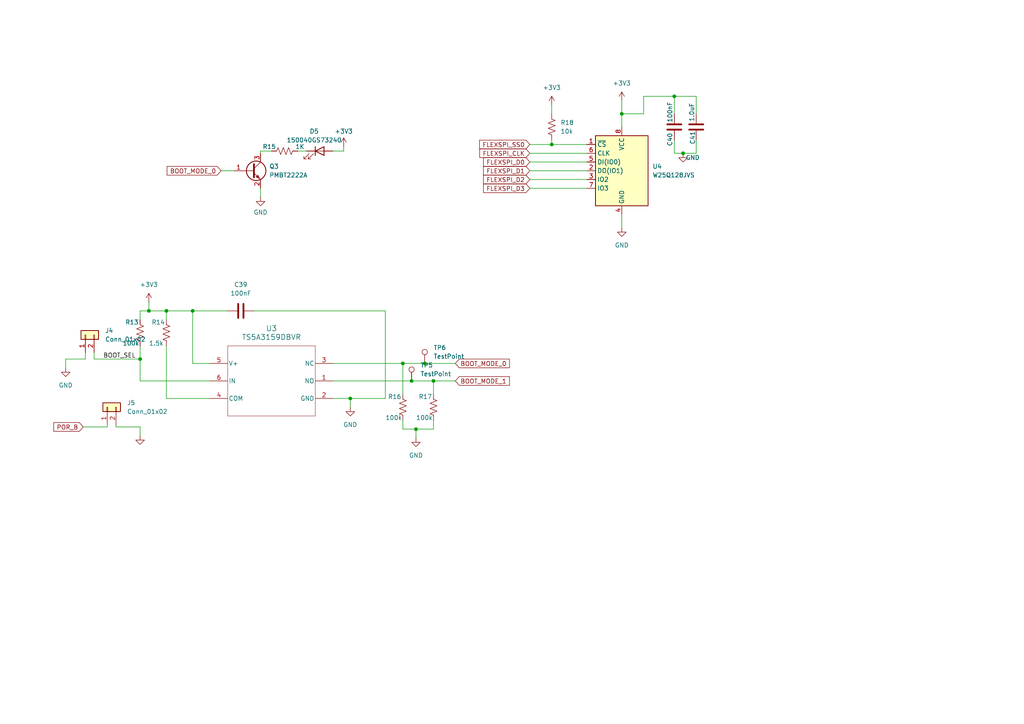
<source format=kicad_sch>
(kicad_sch (version 20250114) (generator "eeschema") (generator_version "9.0")
  (paper "A4")
  (lib_symbols
    (symbol "Connector:TestPoint" (pin_numbers (hide yes)) (pin_names (offset 0.762) (hide yes))
      (property "Reference" "TP" (at 0 6.858 0))
      (property "Value" "TestPoint" (at 0 5.08 0))
      (symbol "TestPoint_0_1"
        (circle (center 0 3.302) (radius 0.762))
      )
      (symbol "TestPoint_1_1"
        (pin passive line (at 0 0 90) (length 2.54) (name "1") (number "1"))
      )
    )
    (symbol "Connector_Generic:Conn_01x02" (pin_names (offset 1.016) (hide yes))
      (property "Reference" "J" (at 0 2.54 0))
      (property "Value" "Conn_01x02" (at 0 -5.08 0))
      (symbol "Conn_01x02_1_1"
        (rectangle (start -1.27 1.27) (end 1.27 -3.81) (stroke (width 0.254)) (fill (type background)))
        (rectangle (start -1.27 0.127) (end 0 -0.127) (stroke (width 0.1524)))
        (rectangle (start -1.27 -2.413) (end 0 -2.667) (stroke (width 0.1524)))
        (pin passive line (at -5.08 0 0) (length 3.81) (name "Pin_1") (number "1"))
        (pin passive line (at -5.08 -2.54 0) (length 3.81) (name "Pin_2") (number "2"))
      )
    )
    (symbol "Device:C" (pin_numbers (hide yes)) (pin_names (offset 0.254))
      (property "Reference" "C" (at 0.635 2.54 0))
      (property "Value" "C" (at 0.635 -2.54 0))
      (symbol "C_0_1"
        (polyline (pts (xy -2.032 0.762) (xy 2.032 0.762)) (stroke (width 0.508)))
        (polyline (pts (xy -2.032 -0.762) (xy 2.032 -0.762)) (stroke (width 0.508)))
      )
      (symbol "C_1_1"
        (pin passive line (at 0 3.81 270) (length 2.794) (name "~") (number "1"))
        (pin passive line (at 0 -3.81 90) (length 2.794) (name "~") (number "2"))
      )
    )
    (symbol "Device:R_US" (pin_numbers (hide yes)) (pin_names (offset 0))
      (property "Reference" "R" (at 2.54 0 90))
      (property "Value" "R_US" (at -2.54 0 90))
      (symbol "R_US_0_1"
        (polyline (pts (xy 0 2.286) (xy 0 2.54)))
        (polyline (pts (xy 0 2.286) (xy 1.016 1.905) (xy 0 1.524) (xy -1.016 1.143) (xy 0 0.762)))
        (polyline (pts (xy 0 0.762) (xy 1.016 0.381) (xy 0 0) (xy -1.016 -0.381) (xy 0 -0.762)))
        (polyline (pts (xy 0 -0.762) (xy 1.016 -1.143) (xy 0 -1.524) (xy -1.016 -1.905) (xy 0 -2.286)))
        (polyline (pts (xy 0 -2.286) (xy 0 -2.54)))
      )
      (symbol "R_US_1_1"
        (pin passive line (at 0 3.81 270) (length 1.27) (name "~") (number "1"))
        (pin passive line (at 0 -3.81 90) (length 1.27) (name "~") (number "2"))
      )
    )
    (symbol "LED_1" (pin_numbers (hide yes)) (pin_names (offset 1.016) (hide yes))
      (property "Reference" "D" (at 0 2.54 0))
      (property "Value" "LED" (at 0 -2.54 0))
      (symbol "LED_1_0_1"
        (polyline (pts (xy -3.048 -0.762) (xy -4.572 -2.286) (xy -3.81 -2.286) (xy -4.572 -2.286) (xy -4.572 -1.524)))
        (polyline (pts (xy -1.778 -0.762) (xy -3.302 -2.286) (xy -2.54 -2.286) (xy -3.302 -2.286) (xy -3.302 -1.524)))
        (polyline (pts (xy -1.27 0) (xy 1.27 0)))
        (polyline (pts (xy -1.27 -1.27) (xy -1.27 1.27)) (stroke (width 0.254)))
        (polyline (pts (xy 1.27 -1.27) (xy 1.27 1.27) (xy -1.27 0) (xy 1.27 -1.27)) (stroke (width 0.254)))
      )
      (symbol "LED_1_1_1"
        (pin passive line (at -3.81 0 0) (length 2.54) (name "K") (number "1"))
        (pin passive line (at 3.81 0 180) (length 2.54) (name "A") (number "2"))
      )
    )
    (symbol "Memory_Flash:W25Q128JVS"
      (property "Reference" "U" (at -6.35 11.43 0))
      (property "Value" "W25Q128JVS" (at 7.62 11.43 0))
      (symbol "W25Q128JVS_0_1"
        (rectangle (start -7.62 10.16) (end 7.62 -10.16) (stroke (width 0.254)) (fill (type background)))
      )
      (symbol "W25Q128JVS_1_1"
        (pin input line (at -10.16 7.62 0) (length 2.54) (name "~{CS}") (number "1"))
        (pin input line (at -10.16 5.08 0) (length 2.54) (name "CLK") (number "6"))
        (pin bidirectional line (at -10.16 2.54 0) (length 2.54) (name "DI(IO0)") (number "5"))
        (pin bidirectional line (at -10.16 0 0) (length 2.54) (name "DO(IO1)") (number "2"))
        (pin bidirectional line (at -10.16 -2.54 0) (length 2.54) (name "IO2") (number "3"))
        (pin bidirectional line (at -10.16 -5.08 0) (length 2.54) (name "IO3") (number "7"))
        (pin power_in line (at 0 12.7 270) (length 2.54) (name "VCC") (number "8"))
        (pin power_in line (at 0 -12.7 90) (length 2.54) (name "GND") (number "4"))
      )
    )
    (symbol "TS5A3159DBVR:TS5A3159DBVR" (pin_names (offset 0.254))
      (property "Reference" "U" (at 0 2.54 0))
      (property "Value" "TS5A3159DBVR" (at 0 0 0))
      (symbol "TS5A3159DBVR_0_1"
        (polyline (pts (xy -12.7 10.16) (xy -12.7 -10.16)) (stroke (width 0.1016)))
        (polyline (pts (xy -12.7 -10.16) (xy 12.7 -10.16)) (stroke (width 0.1016)))
        (polyline (pts (xy 12.7 10.16) (xy -12.7 10.16)) (stroke (width 0.1016)))
        (polyline (pts (xy 12.7 -10.16) (xy 12.7 10.16)) (stroke (width 0.1016)))
        (pin power_in line (at -17.78 5.08 0) (length 5.08) (name "V+") (number "5"))
        (pin input line (at -17.78 0 0) (length 5.08) (name "IN") (number "6"))
        (pin bidirectional line (at -17.78 -5.08 0) (length 5.08) (name "COM") (number "4"))
        (pin bidirectional line (at 17.78 5.08 180) (length 5.08) (name "NC") (number "3"))
        (pin bidirectional line (at 17.78 0 180) (length 5.08) (name "NO") (number "1"))
        (pin power_in line (at 17.78 -5.08 180) (length 5.08) (name "GND") (number "2"))
      )
    )
    (symbol "Transistor_BJT:Q_NPN_BEC" (pin_names (offset 0) (hide yes))
      (property "Reference" "Q" (at 5.08 1.27 0))
      (property "Value" "Q_NPN_BEC" (at 5.08 -1.27 0))
      (symbol "Q_NPN_BEC_0_1"
        (polyline (pts (xy -2.54 0) (xy 0.635 0)))
        (polyline (pts (xy 0.635 1.905) (xy 0.635 -1.905)) (stroke (width 0.508)))
        (circle (center 1.27 0) (radius 2.8194) (stroke (width 0.254)))
      )
      (symbol "Q_NPN_BEC_1_1"
        (polyline (pts (xy 0.635 0.635) (xy 2.54 2.54)))
        (polyline (pts (xy 0.635 -0.635) (xy 2.54 -2.54)))
        (polyline (pts (xy 1.27 -1.778) (xy 1.778 -1.27) (xy 2.286 -2.286) (xy 1.27 -1.778)) (fill (type outline)))
        (pin input line (at -5.08 0 0) (length 2.54) (name "B") (number "1"))
        (pin passive line (at 2.54 5.08 270) (length 2.54) (name "C") (number "3"))
        (pin passive line (at 2.54 -5.08 90) (length 2.54) (name "E") (number "2"))
      )
    )
    (symbol "power:+3V3" (power) (pin_numbers (hide yes)) (pin_names (offset 0) (hide yes))
      (property "Value" "+3V3" (at 0 3.556 0))
      (symbol "+3V3_0_1"
        (polyline (pts (xy -0.762 1.27) (xy 0 2.54)))
        (polyline (pts (xy 0 2.54) (xy 0.762 1.27)))
        (polyline (pts (xy 0 0) (xy 0 2.54)))
      )
      (symbol "+3V3_1_1"
        (pin power_in line (at 0 0 90) (length 0) (name "~") (number "1"))
      )
    )
    (symbol "power:GND" (power) (pin_numbers (hide yes)) (pin_names (offset 0) (hide yes))
      (property "Value" "GND" (at 0 -3.81 0))
      (symbol "GND_0_1"
        (polyline (pts (xy 0 0) (xy 0 -1.27) (xy 1.27 -1.27) (xy 0 -2.54) (xy -1.27 -1.27) (xy 0 -1.27)))
      )
      (symbol "GND_1_1"
        (pin power_in line (at 0 0 270) (length 0) (name "~") (number "1"))
      )
    )
  )
  (junction (at 160.02 41.91))
  (junction (at 119.38 110.49))
  (junction (at 123.19 105.41))
  (junction (at 48.26 90.17))
  (junction (at 125.73 110.49))
  (junction (at 116.84 105.41))
  (junction (at 198.12 44.45))
  (junction (at 195.58 27.94))
  (junction (at 101.6 115.57))
  (junction (at 120.65 124.46))
  (junction (at 180.34 33.02))
  (junction (at 40.64 104.14))
  (junction (at 55.88 90.17))
  (junction (at 43.18 90.17))
  (wire (pts (xy 201.93 40.64) (xy 201.93 44.45)))
  (wire (pts (xy 27.305 102.235) (xy 27.305 104.14)))
  (wire (pts (xy 125.73 121.92) (xy 125.73 124.46)))
  (wire (pts (xy 101.6 115.57) (xy 101.6 118.11)))
  (wire (pts (xy 153.67 41.91) (xy 160.02 41.91)))
  (wire (pts (xy 40.64 104.14) (xy 40.64 100.33)))
  (wire (pts (xy 119.38 110.49) (xy 125.73 110.49)))
  (wire (pts (xy 125.73 110.49) (xy 125.73 114.3)))
  (wire (pts (xy 64.135 49.53) (xy 67.945 49.53)))
  (wire (pts (xy 116.84 105.41) (xy 116.84 114.3)))
  (wire (pts (xy 180.34 33.02) (xy 186.69 33.02)))
  (wire (pts (xy 153.67 46.99) (xy 170.18 46.99)))
  (wire (pts (xy 99.695 42.545) (xy 99.695 43.815)))
  (wire (pts (xy 123.19 105.41) (xy 132.08 105.41)))
  (wire (pts (xy 78.74 43.815) (xy 75.565 43.815)))
  (wire (pts (xy 125.73 110.49) (xy 132.08 110.49)))
  (wire (pts (xy 120.65 124.46) (xy 125.73 124.46)))
  (wire (pts (xy 24.765 102.235) (xy 24.765 104.14)))
  (wire (pts (xy 86.36 43.815) (xy 88.9 43.815)))
  (wire (pts (xy 48.26 100.33) (xy 48.26 115.57)))
  (wire (pts (xy 195.58 33.02) (xy 195.58 27.94)))
  (wire (pts (xy 27.305 104.14) (xy 40.64 104.14)))
  (wire (pts (xy 40.64 123.825) (xy 40.64 126.365)))
  (wire (pts (xy 73.66 90.17) (xy 111.76 90.17)))
  (wire (pts (xy 96.52 105.41) (xy 116.84 105.41)))
  (wire (pts (xy 111.76 90.17) (xy 111.76 115.57)))
  (wire (pts (xy 180.34 29.21) (xy 180.34 33.02)))
  (wire (pts (xy 153.67 52.07) (xy 170.18 52.07)))
  (wire (pts (xy 153.67 49.53) (xy 170.18 49.53)))
  (wire (pts (xy 153.67 44.45) (xy 170.18 44.45)))
  (wire (pts (xy 75.565 54.61) (xy 75.565 57.15)))
  (wire (pts (xy 48.26 90.17) (xy 55.88 90.17)))
  (wire (pts (xy 153.67 54.61) (xy 170.18 54.61)))
  (wire (pts (xy 195.58 44.45) (xy 198.12 44.45)))
  (wire (pts (xy 116.84 105.41) (xy 123.19 105.41)))
  (wire (pts (xy 55.88 90.17) (xy 66.04 90.17)))
  (wire (pts (xy 55.88 105.41) (xy 55.88 90.17)))
  (wire (pts (xy 160.02 40.64) (xy 160.02 41.91)))
  (wire (pts (xy 198.12 44.45) (xy 201.93 44.45)))
  (wire (pts (xy 33.655 123.19) (xy 33.655 123.825)))
  (wire (pts (xy 75.565 43.815) (xy 75.565 44.45)))
  (wire (pts (xy 48.26 92.71) (xy 48.26 90.17)))
  (wire (pts (xy 40.64 92.71) (xy 40.64 90.17)))
  (wire (pts (xy 116.84 124.46) (xy 120.65 124.46)))
  (wire (pts (xy 24.13 123.825) (xy 31.115 123.825)))
  (wire (pts (xy 201.93 27.94) (xy 201.93 33.02)))
  (wire (pts (xy 33.655 123.825) (xy 40.64 123.825)))
  (wire (pts (xy 180.34 33.02) (xy 180.34 36.83)))
  (wire (pts (xy 40.64 110.49) (xy 40.64 104.14)))
  (wire (pts (xy 60.96 105.41) (xy 55.88 105.41)))
  (wire (pts (xy 186.69 33.02) (xy 186.69 27.94)))
  (wire (pts (xy 60.96 110.49) (xy 40.64 110.49)))
  (wire (pts (xy 40.64 90.17) (xy 43.18 90.17)))
  (wire (pts (xy 43.18 87.63) (xy 43.18 90.17)))
  (wire (pts (xy 48.26 90.17) (xy 43.18 90.17)))
  (wire (pts (xy 48.26 115.57) (xy 60.96 115.57)))
  (wire (pts (xy 31.115 123.19) (xy 31.115 123.825)))
  (wire (pts (xy 186.69 27.94) (xy 195.58 27.94)))
  (wire (pts (xy 195.58 40.64) (xy 195.58 44.45)))
  (wire (pts (xy 101.6 115.57) (xy 96.52 115.57)))
  (wire (pts (xy 96.52 110.49) (xy 119.38 110.49)))
  (wire (pts (xy 111.76 115.57) (xy 101.6 115.57)))
  (wire (pts (xy 160.02 41.91) (xy 170.18 41.91)))
  (wire (pts (xy 19.05 104.14) (xy 24.765 104.14)))
  (wire (pts (xy 195.58 27.94) (xy 201.93 27.94)))
  (wire (pts (xy 120.65 127) (xy 120.65 124.46)))
  (wire (pts (xy 96.52 43.815) (xy 99.695 43.815)))
  (wire (pts (xy 180.34 62.23) (xy 180.34 66.04)))
  (wire (pts (xy 116.84 121.92) (xy 116.84 124.46)))
  (wire (pts (xy 19.05 104.14) (xy 19.05 106.68)))
  (wire (pts (xy 160.02 30.48) (xy 160.02 33.02)))
  (label "BOOT_SEL" (at 39.37 104.14 180))
  (global_label "BOOT_MODE_1" (shape input) (at 132.08 110.49 0) (property "Intersheetrefs" "${INTERSHEET_REFS}" (effects (hide yes))))
  (global_label "POR_B" (shape input) (at 24.13 123.825 180) (property "Intersheetrefs" "${INTERSHEET_REFS}" (effects (hide yes))))
  (global_label "FLEXSPI_SS0" (shape input) (at 153.67 41.91 180) (property "Intersheetrefs" "${INTERSHEET_REFS}" (effects (hide yes))))
  (global_label "FLEXSPI_D1" (shape input) (at 153.67 49.53 180) (property "Intersheetrefs" "${INTERSHEET_REFS}" (effects (hide yes))))
  (global_label "FLEXSPI_D2" (shape input) (at 153.67 52.07 180) (property "Intersheetrefs" "${INTERSHEET_REFS}" (effects (hide yes))))
  (global_label "BOOT_MODE_0" (shape input) (at 132.08 105.41 0) (property "Intersheetrefs" "${INTERSHEET_REFS}" (effects (hide yes))))
  (global_label "BOOT_MODE_0" (shape input) (at 64.135 49.53 180) (property "Intersheetrefs" "${INTERSHEET_REFS}" (effects (hide yes))))
  (global_label "FLEXSPI_D3" (shape input) (at 153.67 54.61 180) (property "Intersheetrefs" "${INTERSHEET_REFS}" (effects (hide yes))))
  (global_label "FLEXSPI_CLK" (shape input) (at 153.67 44.45 180) (property "Intersheetrefs" "${INTERSHEET_REFS}" (effects (hide yes))))
  (global_label "FLEXSPI_D0" (shape input) (at 153.67 46.99 180) (property "Intersheetrefs" "${INTERSHEET_REFS}" (effects (hide yes))))
  (symbol (lib_id "Transistor_BJT:Q_NPN_BEC") (at 73.025 49.53 0) (unit 1)
    (property "Reference" "Q3" (at 78.105 48.2599 0) (effects (justify left)))
    (property "Value" "PMBT2222A" (at 78.105 50.7999 0) (effects (justify left)))
    (property "Footprint" "Package_TO_SOT_SMD:SOT-23" (effects (hide yes)))
    (property "Description" "NPN transistor, base/emitter/collector" (effects (hide yes)))
  )
  (symbol (lib_id "Device:C") (at 201.93 36.83 0) (unit 1)
    (property "Reference" "C41" (at 200.914 41.91 90) (effects (justify left)))
    (property "Value" "1.0uF" (at 200.66 35.306 90) (effects (justify left)))
    (property "Footprint" "Capacitor_SMD:C_0402_1005Metric" (effects (hide yes)))
    (property "Description" "Unpolarized capacitor" (effects (hide yes)))
  )
  (symbol (lib_id "power:+3V3") (at 180.34 29.21 0) (unit 1)
    (property "Reference" "#PWR052" (effects (hide yes)))
    (property "Value" "+3V3" (at 180.34 24.13 0))
    (property "Description" "Power symbol creates a global label with name \"+3V3\"" (effects (hide yes)))
  )
  (symbol (lib_id "power:GND") (at 198.12 44.45 0) (unit 1)
    (property "Reference" "#PWR054" (effects (hide yes)))
    (property "Value" "GND" (at 200.914 45.72 0))
    (property "Description" "Power symbol creates a global label with name \"GND\" , ground" (effects (hide yes)))
  )
  (symbol (lib_name "LED_1") (lib_id "Device:LED") (at 92.71 43.815 0) (unit 1)
    (property "Reference" "D5" (at 91.1225 38.1 0))
    (property "Value" "150040GS73240" (at 91.1225 40.64 0))
    (property "Footprint" "LED_SMD:LED_0402_1005Metric" (effects (hide yes)))
    (property "Description" "Light emitting diode" (effects (hide yes)))
    (property "Sim.Pins" "1=K 2=A" (effects (hide yes)))
  )
  (symbol (lib_id "power:GND") (at 120.65 127 0) (unit 1)
    (property "Reference" "#PWR050" (effects (hide yes)))
    (property "Value" "GND" (at 120.65 132.08 0))
    (property "Description" "Power symbol creates a global label with name \"GND\" , ground" (effects (hide yes)))
  )
  (symbol (lib_id "TS5A3159DBVR:TS5A3159DBVR") (at 78.74 110.49 0) (unit 1)
    (property "Reference" "U3" (at 78.74 95.25 0) (effects (font (size 1.524 1.524))))
    (property "Value" "TS5A3159DBVR" (at 78.74 97.79 0) (effects (font (size 1.524 1.524))))
    (property "Footprint" "Package_TO_SOT_SMD:SOT-23-6" (effects (hide yes)))
    (property "Datasheet" "TS5A3159DBVR" (effects (hide yes)))
  )
  (symbol (lib_id "Device:C") (at 69.85 90.17 90) (unit 1)
    (property "Reference" "C39" (at 69.85 82.55 90))
    (property "Value" "100nF" (at 69.85 85.09 90))
    (property "Footprint" "Capacitor_SMD:C_0402_1005Metric" (effects (hide yes)))
    (property "Description" "Unpolarized capacitor" (effects (hide yes)))
  )
  (symbol (lib_id "Connector_Generic:Conn_01x02") (at 31.115 118.11 90) (unit 1)
    (property "Reference" "J5" (at 36.83 116.8399 90) (effects (justify right)))
    (property "Value" "Conn_01x02" (at 36.83 119.3799 90) (effects (justify right)))
    (property "Footprint" "Connector_PinHeader_2.54mm:PinHeader_1x02_P2.54mm_Vertical" (effects (hide yes)))
    (property "Description" "Generic connector, single row, 01x02, script generated (kicad-library-utils/schlib/autogen/connector/)" (effects (hide yes)))
  )
  (symbol (lib_id "power:GND") (at 180.34 66.04 0) (unit 1)
    (property "Reference" "#PWR053" (effects (hide yes)))
    (property "Value" "GND" (at 180.34 71.12 0))
    (property "Description" "Power symbol creates a global label with name \"GND\" , ground" (effects (hide yes)))
  )
  (symbol (lib_id "Device:R_US") (at 160.02 36.83 0) (unit 1)
    (property "Reference" "R18" (at 162.56 35.5599 0) (effects (justify left)))
    (property "Value" "10k" (at 162.56 38.0999 0) (effects (justify left)))
    (property "Footprint" "Resistor_SMD:R_0402_1005Metric" (effects (hide yes)))
    (property "Description" "Resistor, US symbol" (effects (hide yes)))
  )
  (symbol (lib_id "Device:R_US") (at 82.55 43.815 90) (unit 1)
    (property "Reference" "R15" (at 78.105 42.545 90))
    (property "Value" "1K" (at 86.995 42.545 90))
    (property "Footprint" "Resistor_SMD:R_0402_1005Metric" (effects (hide yes)))
    (property "Description" "Resistor, US symbol" (effects (hide yes)))
  )
  (symbol (lib_id "power:GND") (at 40.64 126.365 0) (unit 1)
    (property "Reference" "#PWR045" (effects (hide yes)))
    (property "Value" "GND" (effects (hide yes)))
    (property "Description" "Power symbol creates a global label with name \"GND\" , ground" (effects (hide yes)))
  )
  (symbol (lib_id "power:GND") (at 75.565 57.15 0) (unit 1)
    (property "Reference" "#PWR047" (effects (hide yes)))
    (property "Value" "GND" (at 75.565 61.595 0))
    (property "Description" "Power symbol creates a global label with name \"GND\" , ground" (effects (hide yes)))
  )
  (symbol (lib_id "Device:R_US") (at 116.84 118.11 0) (unit 1)
    (property "Reference" "R16" (at 112.522 115.062 0) (effects (justify left)))
    (property "Value" "100k" (at 111.76 121.158 0) (effects (justify left)))
    (property "Footprint" "Resistor_SMD:R_0402_1005Metric" (effects (hide yes)))
    (property "Description" "Resistor, US symbol" (effects (hide yes)))
  )
  (symbol (lib_id "power:+3V3") (at 99.695 42.545 0) (unit 1)
    (property "Reference" "#PWR048" (effects (hide yes)))
    (property "Value" "+3V3" (at 99.695 38.1 0))
    (property "Description" "Power symbol creates a global label with name \"+3V3\"" (effects (hide yes)))
  )
  (symbol (lib_id "Device:R_US") (at 40.64 96.52 0) (unit 1)
    (property "Reference" "R13" (at 36.322 93.472 0) (effects (justify left)))
    (property "Value" "100k" (at 35.56 99.568 0) (effects (justify left)))
    (property "Footprint" "Resistor_SMD:R_0402_1005Metric" (effects (hide yes)))
    (property "Description" "Resistor, US symbol" (effects (hide yes)))
  )
  (symbol (lib_id "Connector:TestPoint") (at 123.19 105.41 0) (unit 1)
    (property "Reference" "TP6" (at 125.73 100.8379 0) (effects (justify left)))
    (property "Value" "TestPoint" (at 125.73 103.3779 0) (effects (justify left)))
    (property "Footprint" "TestPoint:TestPoint_Pad_D2.5mm" (effects (hide yes)))
    (property "Description" "test point" (effects (hide yes)))
  )
  (symbol (lib_id "Device:R_US") (at 48.26 96.52 0) (unit 1)
    (property "Reference" "R14" (at 43.942 93.472 0) (effects (justify left)))
    (property "Value" "1.5k" (at 43.18 99.568 0) (effects (justify left)))
    (property "Footprint" "Resistor_SMD:R_0402_1005Metric" (effects (hide yes)))
    (property "Description" "Resistor, US symbol" (effects (hide yes)))
  )
  (symbol (lib_id "Connector:TestPoint") (at 119.38 110.49 0) (unit 1)
    (property "Reference" "TP5" (at 121.92 105.9179 0) (effects (justify left)))
    (property "Value" "TestPoint" (at 121.92 108.4579 0) (effects (justify left)))
    (property "Footprint" "TestPoint:TestPoint_Pad_D2.5mm" (effects (hide yes)))
    (property "Description" "test point" (effects (hide yes)))
  )
  (symbol (lib_id "Device:R_US") (at 125.73 118.11 0) (unit 1)
    (property "Reference" "R17" (at 121.412 115.062 0) (effects (justify left)))
    (property "Value" "100k" (at 120.65 121.158 0) (effects (justify left)))
    (property "Footprint" "Resistor_SMD:R_0402_1005Metric" (effects (hide yes)))
    (property "Description" "Resistor, US symbol" (effects (hide yes)))
  )
  (symbol (lib_id "Memory_Flash:W25Q128JVS") (at 180.34 49.53 0) (unit 1)
    (property "Reference" "U4" (at 189.23 48.2599 0) (effects (justify left)))
    (property "Value" "W25Q128JVS" (at 189.23 50.7999 0) (effects (justify left)))
    (property "Footprint" "footprints:SOIC127P790X216-8N" (effects (hide yes)))
    (property "Datasheet" "https://www.winbond.com/resource-files/w25q128jv_dtr%20revc%2003272018%20plus.pdf" (effects (hide yes)))
    (property "Description" "128Mb Serial Flash Memory, Standard/Dual/Quad SPI, SOIC-8" (effects (hide yes)))
  )
  (symbol (lib_id "Device:C") (at 195.58 36.83 0) (unit 1)
    (property "Reference" "C40" (at 194.31 42.418 90) (effects (justify left)))
    (property "Value" "100nF" (at 194.31 35.56 90) (effects (justify left)))
    (property "Footprint" "Capacitor_SMD:C_0402_1005Metric" (effects (hide yes)))
    (property "Description" "Unpolarized capacitor" (effects (hide yes)))
  )
  (symbol (lib_id "power:+3V3") (at 160.02 30.48 0) (unit 1)
    (property "Reference" "#PWR051" (effects (hide yes)))
    (property "Value" "+3V3" (at 160.02 25.4 0))
    (property "Description" "Power symbol creates a global label with name \"+3V3\"" (effects (hide yes)))
  )
  (symbol (lib_id "power:+3V3") (at 43.18 87.63 0) (unit 1)
    (property "Reference" "#PWR046" (effects (hide yes)))
    (property "Value" "+3V3" (at 43.18 82.55 0))
    (property "Description" "Power symbol creates a global label with name \"+3V3\"" (effects (hide yes)))
  )
  (symbol (lib_id "power:GND") (at 101.6 118.11 0) (unit 1)
    (property "Reference" "#PWR049" (effects (hide yes)))
    (property "Value" "GND" (at 101.6 123.19 0))
    (property "Description" "Power symbol creates a global label with name \"GND\" , ground" (effects (hide yes)))
  )
  (symbol (lib_id "Connector_Generic:Conn_01x02") (at 24.765 97.155 90) (unit 1)
    (property "Reference" "J4" (at 30.48 95.8849 90) (effects (justify right)))
    (property "Value" "Conn_01x02" (at 30.48 98.4249 90) (effects (justify right)))
    (property "Footprint" "Connector_PinHeader_2.54mm:PinHeader_1x02_P2.54mm_Vertical" (effects (hide yes)))
    (property "Description" "Generic connector, single row, 01x02, script generated (kicad-library-utils/schlib/autogen/connector/)" (effects (hide yes)))
  )
  (symbol (lib_id "power:GND") (at 19.05 106.68 0) (unit 1)
    (property "Reference" "#PWR044" (effects (hide yes)))
    (property "Value" "GND" (at 19.05 111.76 0))
    (property "Description" "Power symbol creates a global label with name \"GND\" , ground" (effects (hide yes)))
  )
)
</source>
